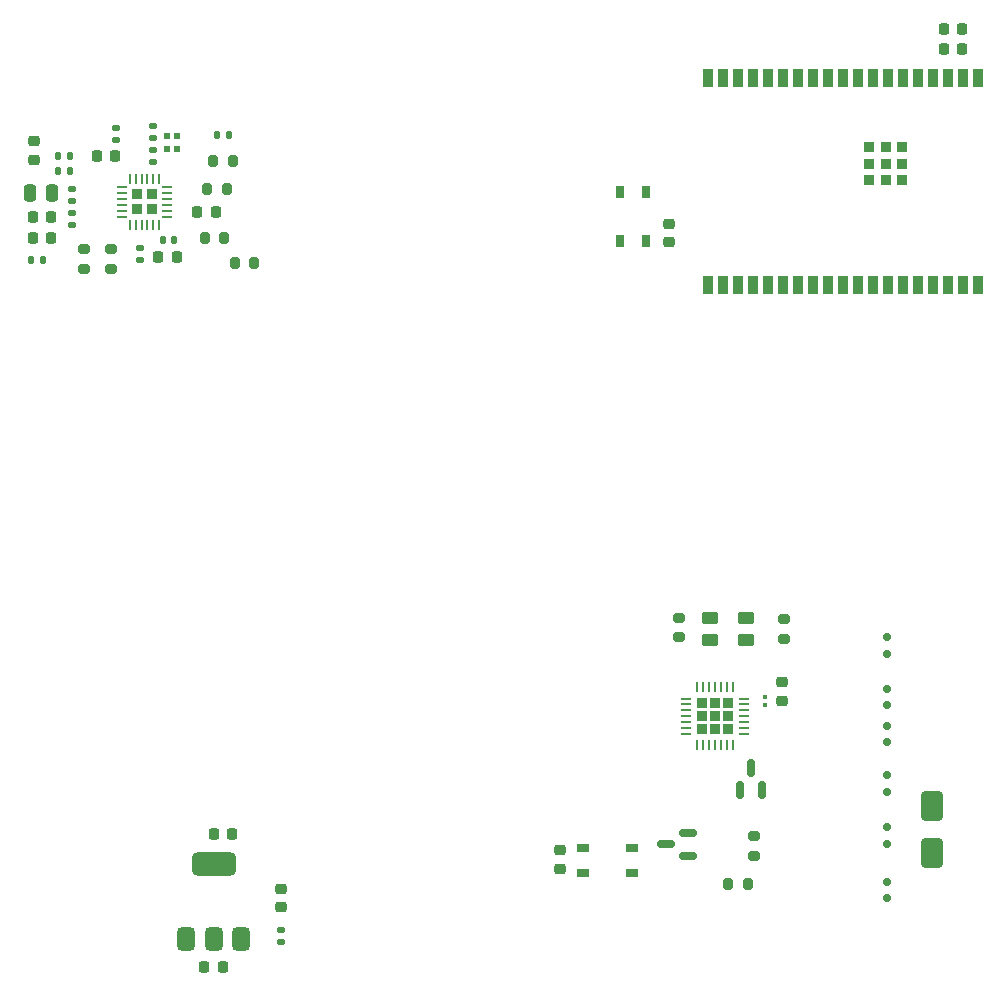
<source format=gbr>
%TF.GenerationSoftware,KiCad,Pcbnew,9.0.4*%
%TF.CreationDate,2025-10-22T11:27:05-07:00*%
%TF.ProjectId,EthernetBoardv1.1,45746865-726e-4657-9442-6f6172647631,rev?*%
%TF.SameCoordinates,Original*%
%TF.FileFunction,Paste,Top*%
%TF.FilePolarity,Positive*%
%FSLAX46Y46*%
G04 Gerber Fmt 4.6, Leading zero omitted, Abs format (unit mm)*
G04 Created by KiCad (PCBNEW 9.0.4) date 2025-10-22 11:27:05*
%MOMM*%
%LPD*%
G01*
G04 APERTURE LIST*
G04 Aperture macros list*
%AMRoundRect*
0 Rectangle with rounded corners*
0 $1 Rounding radius*
0 $2 $3 $4 $5 $6 $7 $8 $9 X,Y pos of 4 corners*
0 Add a 4 corners polygon primitive as box body*
4,1,4,$2,$3,$4,$5,$6,$7,$8,$9,$2,$3,0*
0 Add four circle primitives for the rounded corners*
1,1,$1+$1,$2,$3*
1,1,$1+$1,$4,$5*
1,1,$1+$1,$6,$7*
1,1,$1+$1,$8,$9*
0 Add four rect primitives between the rounded corners*
20,1,$1+$1,$2,$3,$4,$5,0*
20,1,$1+$1,$4,$5,$6,$7,0*
20,1,$1+$1,$6,$7,$8,$9,0*
20,1,$1+$1,$8,$9,$2,$3,0*%
G04 Aperture macros list end*
%ADD10RoundRect,0.135000X-0.185000X0.135000X-0.185000X-0.135000X0.185000X-0.135000X0.185000X0.135000X0*%
%ADD11RoundRect,0.200000X-0.200000X-0.275000X0.200000X-0.275000X0.200000X0.275000X-0.200000X0.275000X0*%
%ADD12RoundRect,0.150000X-0.200000X0.150000X-0.200000X-0.150000X0.200000X-0.150000X0.200000X0.150000X0*%
%ADD13RoundRect,0.150000X0.200000X-0.150000X0.200000X0.150000X-0.200000X0.150000X-0.200000X-0.150000X0*%
%ADD14RoundRect,0.135000X0.185000X-0.135000X0.185000X0.135000X-0.185000X0.135000X-0.185000X-0.135000X0*%
%ADD15RoundRect,0.200000X0.200000X0.275000X-0.200000X0.275000X-0.200000X-0.275000X0.200000X-0.275000X0*%
%ADD16R,0.900000X1.500000*%
%ADD17R,0.900000X0.900000*%
%ADD18RoundRect,0.135000X0.135000X0.185000X-0.135000X0.185000X-0.135000X-0.185000X0.135000X-0.185000X0*%
%ADD19RoundRect,0.225000X-0.250000X0.225000X-0.250000X-0.225000X0.250000X-0.225000X0.250000X0.225000X0*%
%ADD20RoundRect,0.079500X0.100500X-0.079500X0.100500X0.079500X-0.100500X0.079500X-0.100500X-0.079500X0*%
%ADD21RoundRect,0.225000X-0.225000X-0.250000X0.225000X-0.250000X0.225000X0.250000X-0.225000X0.250000X0*%
%ADD22RoundRect,0.225000X0.225000X0.250000X-0.225000X0.250000X-0.225000X-0.250000X0.225000X-0.250000X0*%
%ADD23RoundRect,0.375000X0.375000X-0.625000X0.375000X0.625000X-0.375000X0.625000X-0.375000X-0.625000X0*%
%ADD24RoundRect,0.500000X1.400000X-0.500000X1.400000X0.500000X-1.400000X0.500000X-1.400000X-0.500000X0*%
%ADD25RoundRect,0.250000X0.650000X-1.000000X0.650000X1.000000X-0.650000X1.000000X-0.650000X-1.000000X0*%
%ADD26RoundRect,0.200000X-0.275000X0.200000X-0.275000X-0.200000X0.275000X-0.200000X0.275000X0.200000X0*%
%ADD27RoundRect,0.250000X0.250000X0.475000X-0.250000X0.475000X-0.250000X-0.475000X0.250000X-0.475000X0*%
%ADD28RoundRect,0.218750X-0.256250X0.218750X-0.256250X-0.218750X0.256250X-0.218750X0.256250X0.218750X0*%
%ADD29RoundRect,0.225000X0.250000X-0.225000X0.250000X0.225000X-0.250000X0.225000X-0.250000X-0.225000X0*%
%ADD30RoundRect,0.200000X0.275000X-0.200000X0.275000X0.200000X-0.275000X0.200000X-0.275000X-0.200000X0*%
%ADD31RoundRect,0.218750X0.256250X-0.218750X0.256250X0.218750X-0.256250X0.218750X-0.256250X-0.218750X0*%
%ADD32RoundRect,0.135000X-0.135000X-0.185000X0.135000X-0.185000X0.135000X0.185000X-0.135000X0.185000X0*%
%ADD33RoundRect,0.250000X-0.450000X0.262500X-0.450000X-0.262500X0.450000X-0.262500X0.450000X0.262500X0*%
%ADD34RoundRect,0.140000X-0.140000X-0.170000X0.140000X-0.170000X0.140000X0.170000X-0.140000X0.170000X0*%
%ADD35RoundRect,0.150000X0.587500X0.150000X-0.587500X0.150000X-0.587500X-0.150000X0.587500X-0.150000X0*%
%ADD36R,0.650000X1.050000*%
%ADD37RoundRect,0.232500X0.232500X-0.232500X0.232500X0.232500X-0.232500X0.232500X-0.232500X-0.232500X0*%
%ADD38RoundRect,0.062500X0.062500X-0.375000X0.062500X0.375000X-0.062500X0.375000X-0.062500X-0.375000X0*%
%ADD39RoundRect,0.062500X0.375000X-0.062500X0.375000X0.062500X-0.375000X0.062500X-0.375000X-0.062500X0*%
%ADD40RoundRect,0.150000X0.150000X-0.587500X0.150000X0.587500X-0.150000X0.587500X-0.150000X-0.587500X0*%
%ADD41R,0.500000X0.600000*%
%ADD42RoundRect,0.225000X0.225000X0.225000X-0.225000X0.225000X-0.225000X-0.225000X0.225000X-0.225000X0*%
%ADD43RoundRect,0.062500X0.337500X0.062500X-0.337500X0.062500X-0.337500X-0.062500X0.337500X-0.062500X0*%
%ADD44RoundRect,0.062500X0.062500X0.337500X-0.062500X0.337500X-0.062500X-0.337500X0.062500X-0.337500X0*%
%ADD45R,1.050000X0.650000*%
G04 APERTURE END LIST*
D10*
%TO.C,R6*%
X78200000Y-70790000D03*
X78200000Y-71810000D03*
%TD*%
D11*
%TO.C,R4*%
X90175000Y-68400000D03*
X91825000Y-68400000D03*
%TD*%
D12*
%TO.C,D6*%
X147200000Y-117600000D03*
X147200000Y-116200000D03*
%TD*%
D13*
%TO.C,D3*%
X147200000Y-129400000D03*
X147200000Y-130800000D03*
%TD*%
D14*
%TO.C,R22*%
X85100000Y-68510000D03*
X85100000Y-67490000D03*
%TD*%
D15*
%TO.C,R1*%
X91125000Y-74900000D03*
X89475000Y-74900000D03*
%TD*%
D16*
%TO.C,U5*%
X154900000Y-61350000D03*
X153630000Y-61350000D03*
X152360000Y-61350000D03*
X151090000Y-61350000D03*
X149820000Y-61350000D03*
X148550000Y-61350000D03*
X147280000Y-61350000D03*
X146010000Y-61350000D03*
X144740000Y-61350000D03*
X143470000Y-61350000D03*
X142200000Y-61350000D03*
X140930000Y-61350000D03*
X139660000Y-61350000D03*
X138390000Y-61350000D03*
X137120000Y-61350000D03*
X135850000Y-61350000D03*
X134580000Y-61350000D03*
X133310000Y-61350000D03*
X132040000Y-61350000D03*
X132040000Y-78850000D03*
X133310000Y-78850000D03*
X134580000Y-78850000D03*
X135850000Y-78850000D03*
X137120000Y-78850000D03*
X138390000Y-78850000D03*
X139660000Y-78850000D03*
X140930000Y-78850000D03*
X142200000Y-78850000D03*
X143470000Y-78850000D03*
X144740000Y-78850000D03*
X146010000Y-78850000D03*
X147280000Y-78850000D03*
X148550000Y-78850000D03*
X149820000Y-78850000D03*
X151090000Y-78850000D03*
X152360000Y-78850000D03*
X153630000Y-78850000D03*
X154900000Y-78850000D03*
D17*
X148500000Y-67200000D03*
X148500000Y-68600000D03*
X148500000Y-70000000D03*
X147100000Y-67200000D03*
X147100000Y-68600000D03*
X147100000Y-70000000D03*
X145700000Y-67200000D03*
X145700000Y-68600000D03*
X145700000Y-70000000D03*
%TD*%
D18*
%TO.C,R10*%
X75760000Y-76750000D03*
X74740000Y-76750000D03*
%TD*%
D19*
%TO.C,C1*%
X128800000Y-73725000D03*
X128800000Y-75275000D03*
%TD*%
D20*
%TO.C,C14*%
X136900000Y-114445000D03*
X136900000Y-113755000D03*
%TD*%
D11*
%TO.C,R3*%
X89675000Y-70800000D03*
X91325000Y-70800000D03*
%TD*%
D21*
%TO.C,C7*%
X88825000Y-72700000D03*
X90375000Y-72700000D03*
%TD*%
D22*
%TO.C,C8*%
X81875000Y-68000000D03*
X80325000Y-68000000D03*
%TD*%
D23*
%TO.C,U3*%
X87900000Y-134250000D03*
X90200000Y-134250000D03*
D24*
X90200000Y-127950000D03*
D23*
X92500000Y-134250000D03*
%TD*%
D25*
%TO.C,D2*%
X151000000Y-127000000D03*
X151000000Y-123000000D03*
%TD*%
D22*
%TO.C,C9*%
X76475000Y-73100000D03*
X74925000Y-73100000D03*
%TD*%
%TO.C,C12*%
X153575000Y-58900000D03*
X152025000Y-58900000D03*
%TD*%
D13*
%TO.C,D4*%
X147200000Y-113054000D03*
X147200000Y-114454000D03*
%TD*%
D26*
%TO.C,R11*%
X79200000Y-75875000D03*
X79200000Y-77525000D03*
%TD*%
D27*
%TO.C,C11*%
X76550000Y-71100000D03*
X74650000Y-71100000D03*
%TD*%
D10*
%TO.C,R21*%
X84000000Y-75740000D03*
X84000000Y-76760000D03*
%TD*%
D12*
%TO.C,D1*%
X147200000Y-126200000D03*
X147200000Y-124800000D03*
%TD*%
D21*
%TO.C,C5*%
X85525000Y-76500000D03*
X87075000Y-76500000D03*
%TD*%
D13*
%TO.C,D7*%
X147200000Y-120400000D03*
X147200000Y-121800000D03*
%TD*%
D28*
%TO.C,D8*%
X95900000Y-130012500D03*
X95900000Y-131587500D03*
%TD*%
D29*
%TO.C,C15*%
X138300000Y-114075000D03*
X138300000Y-112525000D03*
%TD*%
D30*
%TO.C,R15*%
X136000000Y-127225000D03*
X136000000Y-125575000D03*
%TD*%
D10*
%TO.C,R23*%
X85100000Y-65390000D03*
X85100000Y-66410000D03*
%TD*%
D31*
%TO.C,L1*%
X75000000Y-68287500D03*
X75000000Y-66712500D03*
%TD*%
D32*
%TO.C,R19*%
X90490000Y-66200000D03*
X91510000Y-66200000D03*
%TD*%
D33*
%TO.C,R33*%
X135300000Y-107087500D03*
X135300000Y-108912500D03*
%TD*%
D30*
%TO.C,R13*%
X129600000Y-108725000D03*
X129600000Y-107075000D03*
%TD*%
D34*
%TO.C,C6*%
X85920000Y-75100000D03*
X86880000Y-75100000D03*
%TD*%
D33*
%TO.C,R35*%
X132200000Y-107087500D03*
X132200000Y-108912500D03*
%TD*%
D26*
%TO.C,R5*%
X81500000Y-75875000D03*
X81500000Y-77525000D03*
%TD*%
D35*
%TO.C,Q1*%
X130400000Y-127200000D03*
X130400000Y-125300000D03*
X128525000Y-126250000D03*
%TD*%
D36*
%TO.C,SW1*%
X124625000Y-75175000D03*
X124625000Y-71025000D03*
X126775000Y-75175000D03*
X126775000Y-71025000D03*
%TD*%
D29*
%TO.C,C2*%
X119525000Y-128300000D03*
X119525000Y-126750000D03*
%TD*%
D37*
%TO.C,U1*%
X83725000Y-72462500D03*
X84975000Y-72462500D03*
X83725000Y-71212500D03*
X84975000Y-71212500D03*
D38*
X83100000Y-73775000D03*
X83600000Y-73775000D03*
X84100000Y-73775000D03*
X84600000Y-73775000D03*
X85100000Y-73775000D03*
X85600000Y-73775000D03*
D39*
X86287500Y-73087500D03*
X86287500Y-72587500D03*
X86287500Y-72087500D03*
X86287500Y-71587500D03*
X86287500Y-71087500D03*
X86287500Y-70587500D03*
D38*
X85600000Y-69900000D03*
X85100000Y-69900000D03*
X84600000Y-69900000D03*
X84100000Y-69900000D03*
X83600000Y-69900000D03*
X83100000Y-69900000D03*
D39*
X82412500Y-70587500D03*
X82412500Y-71087500D03*
X82412500Y-71587500D03*
X82412500Y-72087500D03*
X82412500Y-72587500D03*
X82412500Y-73087500D03*
%TD*%
D14*
%TO.C,R18*%
X95900000Y-134520000D03*
X95900000Y-133500000D03*
%TD*%
D40*
%TO.C,Q2*%
X134750000Y-121637500D03*
X136650000Y-121637500D03*
X135700000Y-119762500D03*
%TD*%
D21*
%TO.C,C4*%
X90225000Y-125400000D03*
X91775000Y-125400000D03*
%TD*%
D32*
%TO.C,R9*%
X77000000Y-69250000D03*
X78020000Y-69250000D03*
%TD*%
D14*
%TO.C,R7*%
X78200000Y-73820000D03*
X78200000Y-72800000D03*
%TD*%
D41*
%TO.C,Y1*%
X87100000Y-67350000D03*
X87100000Y-66250000D03*
X86300000Y-66250000D03*
X86300000Y-67350000D03*
%TD*%
D26*
%TO.C,R34*%
X138500000Y-107175000D03*
X138500000Y-108825000D03*
%TD*%
D12*
%TO.C,D5*%
X147200000Y-110100000D03*
X147200000Y-108700000D03*
%TD*%
D42*
%TO.C,U4*%
X133770000Y-116520000D03*
X133770000Y-115400000D03*
X133770000Y-114280000D03*
X132650000Y-116520000D03*
X132650000Y-115400000D03*
X132650000Y-114280000D03*
X131530000Y-116520000D03*
X131530000Y-115400000D03*
X131530000Y-114280000D03*
D43*
X135100000Y-116900000D03*
X135100000Y-116400000D03*
X135100000Y-115900000D03*
X135100000Y-115400000D03*
X135100000Y-114900000D03*
X135100000Y-114400000D03*
X135100000Y-113900000D03*
D44*
X134150000Y-112950000D03*
X133650000Y-112950000D03*
X133150000Y-112950000D03*
X132650000Y-112950000D03*
X132150000Y-112950000D03*
X131650000Y-112950000D03*
X131150000Y-112950000D03*
D43*
X130200000Y-113900000D03*
X130200000Y-114400000D03*
X130200000Y-114900000D03*
X130200000Y-115400000D03*
X130200000Y-115900000D03*
X130200000Y-116400000D03*
X130200000Y-116900000D03*
D44*
X131150000Y-117850000D03*
X131650000Y-117850000D03*
X132150000Y-117850000D03*
X132650000Y-117850000D03*
X133150000Y-117850000D03*
X133650000Y-117850000D03*
X134150000Y-117850000D03*
%TD*%
D15*
%TO.C,R14*%
X135425000Y-129600000D03*
X133775000Y-129600000D03*
%TD*%
D22*
%TO.C,C13*%
X153575000Y-57200000D03*
X152025000Y-57200000D03*
%TD*%
%TO.C,C3*%
X90975000Y-136600000D03*
X89425000Y-136600000D03*
%TD*%
D11*
%TO.C,R2*%
X91975000Y-77000000D03*
X93625000Y-77000000D03*
%TD*%
D22*
%TO.C,C10*%
X76475000Y-74900000D03*
X74925000Y-74900000D03*
%TD*%
D45*
%TO.C,SW2*%
X125600000Y-128700000D03*
X121450000Y-128700000D03*
X125600000Y-126550000D03*
X121450000Y-126550000D03*
%TD*%
D32*
%TO.C,R8*%
X76990000Y-68000000D03*
X78010000Y-68000000D03*
%TD*%
D14*
%TO.C,R20*%
X81900000Y-66600000D03*
X81900000Y-65580000D03*
%TD*%
M02*

</source>
